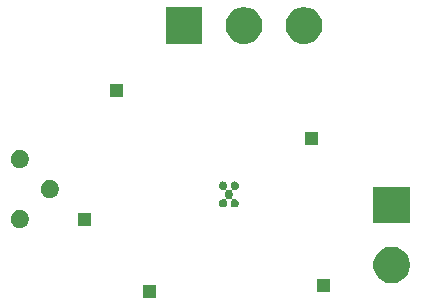
<source format=gbr>
G04 #@! TF.GenerationSoftware,KiCad,Pcbnew,(5.1.5)-2*
G04 #@! TF.CreationDate,2020-02-05T11:48:52+00:00*
G04 #@! TF.ProjectId,OPA1622_eval,4f504131-3632-4325-9f65-76616c2e6b69,rev?*
G04 #@! TF.SameCoordinates,Original*
G04 #@! TF.FileFunction,Soldermask,Bot*
G04 #@! TF.FilePolarity,Negative*
%FSLAX46Y46*%
G04 Gerber Fmt 4.6, Leading zero omitted, Abs format (unit mm)*
G04 Created by KiCad (PCBNEW (5.1.5)-2) date 2020-02-05 11:48:52*
%MOMM*%
%LPD*%
G04 APERTURE LIST*
%ADD10C,0.100000*%
G04 APERTURE END LIST*
D10*
G36*
X137330000Y-149776000D02*
G01*
X136228000Y-149776000D01*
X136228000Y-148674000D01*
X137330000Y-148674000D01*
X137330000Y-149776000D01*
G37*
G36*
X152062000Y-149268000D02*
G01*
X150960000Y-149268000D01*
X150960000Y-148166000D01*
X152062000Y-148166000D01*
X152062000Y-149268000D01*
G37*
G36*
X157602585Y-145458802D02*
G01*
X157752410Y-145488604D01*
X158034674Y-145605521D01*
X158288705Y-145775259D01*
X158504741Y-145991295D01*
X158674479Y-146245326D01*
X158791396Y-146527590D01*
X158851000Y-146827240D01*
X158851000Y-147132760D01*
X158791396Y-147432410D01*
X158674479Y-147714674D01*
X158504741Y-147968705D01*
X158288705Y-148184741D01*
X158034674Y-148354479D01*
X157752410Y-148471396D01*
X157602585Y-148501198D01*
X157452761Y-148531000D01*
X157147239Y-148531000D01*
X156997415Y-148501198D01*
X156847590Y-148471396D01*
X156565326Y-148354479D01*
X156311295Y-148184741D01*
X156095259Y-147968705D01*
X155925521Y-147714674D01*
X155808604Y-147432410D01*
X155749000Y-147132760D01*
X155749000Y-146827240D01*
X155808604Y-146527590D01*
X155925521Y-146245326D01*
X156095259Y-145991295D01*
X156311295Y-145775259D01*
X156565326Y-145605521D01*
X156847590Y-145488604D01*
X156997415Y-145458802D01*
X157147239Y-145429000D01*
X157452761Y-145429000D01*
X157602585Y-145458802D01*
G37*
G36*
X125925589Y-142318876D02*
G01*
X126024893Y-142338629D01*
X126165206Y-142396748D01*
X126291484Y-142481125D01*
X126398875Y-142588516D01*
X126483252Y-142714794D01*
X126541371Y-142855107D01*
X126571000Y-143004063D01*
X126571000Y-143155937D01*
X126541371Y-143304893D01*
X126483252Y-143445206D01*
X126398875Y-143571484D01*
X126291484Y-143678875D01*
X126165206Y-143763252D01*
X126024893Y-143821371D01*
X125925589Y-143841124D01*
X125875938Y-143851000D01*
X125724062Y-143851000D01*
X125674411Y-143841124D01*
X125575107Y-143821371D01*
X125434794Y-143763252D01*
X125308516Y-143678875D01*
X125201125Y-143571484D01*
X125116748Y-143445206D01*
X125058629Y-143304893D01*
X125029000Y-143155937D01*
X125029000Y-143004063D01*
X125058629Y-142855107D01*
X125116748Y-142714794D01*
X125201125Y-142588516D01*
X125308516Y-142481125D01*
X125434794Y-142396748D01*
X125575107Y-142338629D01*
X125674411Y-142318876D01*
X125724062Y-142309000D01*
X125875938Y-142309000D01*
X125925589Y-142318876D01*
G37*
G36*
X131869000Y-143680000D02*
G01*
X130767000Y-143680000D01*
X130767000Y-142578000D01*
X131869000Y-142578000D01*
X131869000Y-143680000D01*
G37*
G36*
X158851000Y-143451000D02*
G01*
X155749000Y-143451000D01*
X155749000Y-140349000D01*
X158851000Y-140349000D01*
X158851000Y-143451000D01*
G37*
G36*
X143102383Y-139912489D02*
G01*
X143102386Y-139912490D01*
X143102385Y-139912490D01*
X143166258Y-139938946D01*
X143223748Y-139977360D01*
X143272640Y-140026252D01*
X143311054Y-140083742D01*
X143332624Y-140135818D01*
X143337511Y-140147617D01*
X143351000Y-140215430D01*
X143351000Y-140284570D01*
X143337511Y-140352383D01*
X143337510Y-140352385D01*
X143311054Y-140416258D01*
X143275697Y-140469173D01*
X143264146Y-140490784D01*
X143257033Y-140514233D01*
X143254631Y-140538619D01*
X143257033Y-140563005D01*
X143264146Y-140586454D01*
X143275697Y-140608065D01*
X143291242Y-140627006D01*
X143310184Y-140642552D01*
X143331795Y-140654103D01*
X143355244Y-140661216D01*
X143379630Y-140663618D01*
X143404017Y-140661216D01*
X143465430Y-140649000D01*
X143534570Y-140649000D01*
X143595983Y-140661216D01*
X143620369Y-140663618D01*
X143644756Y-140661216D01*
X143668205Y-140654103D01*
X143689815Y-140642552D01*
X143708757Y-140627007D01*
X143724303Y-140608065D01*
X143735854Y-140586455D01*
X143742967Y-140563006D01*
X143745369Y-140538620D01*
X143742967Y-140514233D01*
X143735854Y-140490784D01*
X143724303Y-140469173D01*
X143688946Y-140416258D01*
X143662490Y-140352385D01*
X143662489Y-140352383D01*
X143649000Y-140284570D01*
X143649000Y-140215430D01*
X143662489Y-140147617D01*
X143667376Y-140135818D01*
X143688946Y-140083742D01*
X143727360Y-140026252D01*
X143776252Y-139977360D01*
X143833742Y-139938946D01*
X143897615Y-139912490D01*
X143897614Y-139912490D01*
X143897617Y-139912489D01*
X143965430Y-139899000D01*
X144034570Y-139899000D01*
X144102383Y-139912489D01*
X144102386Y-139912490D01*
X144102385Y-139912490D01*
X144166258Y-139938946D01*
X144223748Y-139977360D01*
X144272640Y-140026252D01*
X144311054Y-140083742D01*
X144332624Y-140135818D01*
X144337511Y-140147617D01*
X144351000Y-140215430D01*
X144351000Y-140284570D01*
X144337511Y-140352383D01*
X144337510Y-140352385D01*
X144311054Y-140416258D01*
X144272640Y-140473748D01*
X144223748Y-140522640D01*
X144166258Y-140561054D01*
X144114182Y-140582624D01*
X144102383Y-140587511D01*
X144034570Y-140601000D01*
X143965430Y-140601000D01*
X143904016Y-140588784D01*
X143879631Y-140586382D01*
X143855244Y-140588784D01*
X143831795Y-140595897D01*
X143810185Y-140607448D01*
X143791243Y-140622993D01*
X143775697Y-140641935D01*
X143764146Y-140663545D01*
X143757033Y-140686994D01*
X143754631Y-140711380D01*
X143757033Y-140735767D01*
X143764146Y-140759216D01*
X143775697Y-140780827D01*
X143811054Y-140833742D01*
X143832624Y-140885818D01*
X143837511Y-140897617D01*
X143851000Y-140965430D01*
X143851000Y-141034570D01*
X143837511Y-141102383D01*
X143837510Y-141102385D01*
X143811054Y-141166258D01*
X143775697Y-141219173D01*
X143764146Y-141240784D01*
X143757033Y-141264233D01*
X143754631Y-141288619D01*
X143757033Y-141313005D01*
X143764146Y-141336454D01*
X143775697Y-141358065D01*
X143791242Y-141377006D01*
X143810184Y-141392552D01*
X143831795Y-141404103D01*
X143855244Y-141411216D01*
X143879630Y-141413618D01*
X143904017Y-141411216D01*
X143965430Y-141399000D01*
X144034570Y-141399000D01*
X144102383Y-141412489D01*
X144114182Y-141417376D01*
X144166258Y-141438946D01*
X144223748Y-141477360D01*
X144272640Y-141526252D01*
X144311054Y-141583742D01*
X144332624Y-141635818D01*
X144337511Y-141647617D01*
X144351000Y-141715430D01*
X144351000Y-141784570D01*
X144337511Y-141852383D01*
X144337510Y-141852385D01*
X144311054Y-141916258D01*
X144272640Y-141973748D01*
X144223748Y-142022640D01*
X144166258Y-142061054D01*
X144114182Y-142082624D01*
X144102383Y-142087511D01*
X144034570Y-142101000D01*
X143965430Y-142101000D01*
X143897617Y-142087511D01*
X143885818Y-142082624D01*
X143833742Y-142061054D01*
X143776252Y-142022640D01*
X143727360Y-141973748D01*
X143688946Y-141916258D01*
X143662490Y-141852385D01*
X143662489Y-141852383D01*
X143649000Y-141784570D01*
X143649000Y-141715430D01*
X143662489Y-141647617D01*
X143667376Y-141635818D01*
X143688946Y-141583742D01*
X143724303Y-141530827D01*
X143735854Y-141509216D01*
X143742967Y-141485767D01*
X143745369Y-141461381D01*
X143742967Y-141436995D01*
X143735854Y-141413546D01*
X143724303Y-141391935D01*
X143708758Y-141372994D01*
X143689816Y-141357448D01*
X143668205Y-141345897D01*
X143644756Y-141338784D01*
X143620370Y-141336382D01*
X143595984Y-141338784D01*
X143534570Y-141351000D01*
X143465430Y-141351000D01*
X143404016Y-141338784D01*
X143379631Y-141336382D01*
X143355244Y-141338784D01*
X143331795Y-141345897D01*
X143310185Y-141357448D01*
X143291243Y-141372993D01*
X143275697Y-141391935D01*
X143264146Y-141413545D01*
X143257033Y-141436994D01*
X143254631Y-141461380D01*
X143257033Y-141485767D01*
X143264146Y-141509216D01*
X143275697Y-141530827D01*
X143311054Y-141583742D01*
X143332624Y-141635818D01*
X143337511Y-141647617D01*
X143351000Y-141715430D01*
X143351000Y-141784570D01*
X143337511Y-141852383D01*
X143337510Y-141852385D01*
X143311054Y-141916258D01*
X143272640Y-141973748D01*
X143223748Y-142022640D01*
X143166258Y-142061054D01*
X143114182Y-142082624D01*
X143102383Y-142087511D01*
X143034570Y-142101000D01*
X142965430Y-142101000D01*
X142897617Y-142087511D01*
X142885818Y-142082624D01*
X142833742Y-142061054D01*
X142776252Y-142022640D01*
X142727360Y-141973748D01*
X142688946Y-141916258D01*
X142662490Y-141852385D01*
X142662489Y-141852383D01*
X142649000Y-141784570D01*
X142649000Y-141715430D01*
X142662489Y-141647617D01*
X142667376Y-141635818D01*
X142688946Y-141583742D01*
X142727360Y-141526252D01*
X142776252Y-141477360D01*
X142833742Y-141438946D01*
X142885818Y-141417376D01*
X142897617Y-141412489D01*
X142965430Y-141399000D01*
X143034570Y-141399000D01*
X143095983Y-141411216D01*
X143120369Y-141413618D01*
X143144756Y-141411216D01*
X143168205Y-141404103D01*
X143189815Y-141392552D01*
X143208757Y-141377007D01*
X143224303Y-141358065D01*
X143235854Y-141336455D01*
X143242967Y-141313006D01*
X143245369Y-141288620D01*
X143242967Y-141264233D01*
X143235854Y-141240784D01*
X143224303Y-141219173D01*
X143188946Y-141166258D01*
X143162490Y-141102385D01*
X143162489Y-141102383D01*
X143149000Y-141034570D01*
X143149000Y-140965430D01*
X143162489Y-140897617D01*
X143167376Y-140885818D01*
X143188946Y-140833742D01*
X143224303Y-140780827D01*
X143235854Y-140759216D01*
X143242967Y-140735767D01*
X143245369Y-140711381D01*
X143242967Y-140686995D01*
X143235854Y-140663546D01*
X143224303Y-140641935D01*
X143208758Y-140622994D01*
X143189816Y-140607448D01*
X143168205Y-140595897D01*
X143144756Y-140588784D01*
X143120370Y-140586382D01*
X143095984Y-140588784D01*
X143034570Y-140601000D01*
X142965430Y-140601000D01*
X142897617Y-140587511D01*
X142885818Y-140582624D01*
X142833742Y-140561054D01*
X142776252Y-140522640D01*
X142727360Y-140473748D01*
X142688946Y-140416258D01*
X142662490Y-140352385D01*
X142662489Y-140352383D01*
X142649000Y-140284570D01*
X142649000Y-140215430D01*
X142662489Y-140147617D01*
X142667376Y-140135818D01*
X142688946Y-140083742D01*
X142727360Y-140026252D01*
X142776252Y-139977360D01*
X142833742Y-139938946D01*
X142897615Y-139912490D01*
X142897614Y-139912490D01*
X142897617Y-139912489D01*
X142965430Y-139899000D01*
X143034570Y-139899000D01*
X143102383Y-139912489D01*
G37*
G36*
X128465589Y-139778876D02*
G01*
X128564893Y-139798629D01*
X128705206Y-139856748D01*
X128831484Y-139941125D01*
X128938875Y-140048516D01*
X129023252Y-140174794D01*
X129081371Y-140315107D01*
X129088786Y-140352385D01*
X129111000Y-140464062D01*
X129111000Y-140615938D01*
X129109596Y-140622994D01*
X129081371Y-140764893D01*
X129023252Y-140905206D01*
X128938875Y-141031484D01*
X128831484Y-141138875D01*
X128705206Y-141223252D01*
X128564893Y-141281371D01*
X128465589Y-141301124D01*
X128415938Y-141311000D01*
X128264062Y-141311000D01*
X128214411Y-141301124D01*
X128115107Y-141281371D01*
X127974794Y-141223252D01*
X127848516Y-141138875D01*
X127741125Y-141031484D01*
X127656748Y-140905206D01*
X127598629Y-140764893D01*
X127570404Y-140622994D01*
X127569000Y-140615938D01*
X127569000Y-140464062D01*
X127591214Y-140352385D01*
X127598629Y-140315107D01*
X127656748Y-140174794D01*
X127741125Y-140048516D01*
X127848516Y-139941125D01*
X127974794Y-139856748D01*
X128115107Y-139798629D01*
X128214411Y-139778876D01*
X128264062Y-139769000D01*
X128415938Y-139769000D01*
X128465589Y-139778876D01*
G37*
G36*
X125925589Y-137238876D02*
G01*
X126024893Y-137258629D01*
X126165206Y-137316748D01*
X126291484Y-137401125D01*
X126398875Y-137508516D01*
X126483252Y-137634794D01*
X126541371Y-137775107D01*
X126571000Y-137924063D01*
X126571000Y-138075937D01*
X126541371Y-138224893D01*
X126483252Y-138365206D01*
X126398875Y-138491484D01*
X126291484Y-138598875D01*
X126165206Y-138683252D01*
X126024893Y-138741371D01*
X125925589Y-138761124D01*
X125875938Y-138771000D01*
X125724062Y-138771000D01*
X125674411Y-138761124D01*
X125575107Y-138741371D01*
X125434794Y-138683252D01*
X125308516Y-138598875D01*
X125201125Y-138491484D01*
X125116748Y-138365206D01*
X125058629Y-138224893D01*
X125029000Y-138075937D01*
X125029000Y-137924063D01*
X125058629Y-137775107D01*
X125116748Y-137634794D01*
X125201125Y-137508516D01*
X125308516Y-137401125D01*
X125434794Y-137316748D01*
X125575107Y-137258629D01*
X125674411Y-137238876D01*
X125724062Y-137229000D01*
X125875938Y-137229000D01*
X125925589Y-137238876D01*
G37*
G36*
X151046000Y-136822000D02*
G01*
X149944000Y-136822000D01*
X149944000Y-135720000D01*
X151046000Y-135720000D01*
X151046000Y-136822000D01*
G37*
G36*
X134536000Y-132758000D02*
G01*
X133434000Y-132758000D01*
X133434000Y-131656000D01*
X134536000Y-131656000D01*
X134536000Y-132758000D01*
G37*
G36*
X150162585Y-125178802D02*
G01*
X150312410Y-125208604D01*
X150594674Y-125325521D01*
X150848705Y-125495259D01*
X151064741Y-125711295D01*
X151234479Y-125965326D01*
X151351396Y-126247590D01*
X151411000Y-126547240D01*
X151411000Y-126852760D01*
X151351396Y-127152410D01*
X151234479Y-127434674D01*
X151064741Y-127688705D01*
X150848705Y-127904741D01*
X150594674Y-128074479D01*
X150312410Y-128191396D01*
X150162585Y-128221198D01*
X150012761Y-128251000D01*
X149707239Y-128251000D01*
X149557415Y-128221198D01*
X149407590Y-128191396D01*
X149125326Y-128074479D01*
X148871295Y-127904741D01*
X148655259Y-127688705D01*
X148485521Y-127434674D01*
X148368604Y-127152410D01*
X148309000Y-126852760D01*
X148309000Y-126547240D01*
X148368604Y-126247590D01*
X148485521Y-125965326D01*
X148655259Y-125711295D01*
X148871295Y-125495259D01*
X149125326Y-125325521D01*
X149407590Y-125208604D01*
X149557415Y-125178802D01*
X149707239Y-125149000D01*
X150012761Y-125149000D01*
X150162585Y-125178802D01*
G37*
G36*
X141251000Y-128251000D02*
G01*
X138149000Y-128251000D01*
X138149000Y-125149000D01*
X141251000Y-125149000D01*
X141251000Y-128251000D01*
G37*
G36*
X145082585Y-125178802D02*
G01*
X145232410Y-125208604D01*
X145514674Y-125325521D01*
X145768705Y-125495259D01*
X145984741Y-125711295D01*
X146154479Y-125965326D01*
X146271396Y-126247590D01*
X146331000Y-126547240D01*
X146331000Y-126852760D01*
X146271396Y-127152410D01*
X146154479Y-127434674D01*
X145984741Y-127688705D01*
X145768705Y-127904741D01*
X145514674Y-128074479D01*
X145232410Y-128191396D01*
X145082585Y-128221198D01*
X144932761Y-128251000D01*
X144627239Y-128251000D01*
X144477415Y-128221198D01*
X144327590Y-128191396D01*
X144045326Y-128074479D01*
X143791295Y-127904741D01*
X143575259Y-127688705D01*
X143405521Y-127434674D01*
X143288604Y-127152410D01*
X143229000Y-126852760D01*
X143229000Y-126547240D01*
X143288604Y-126247590D01*
X143405521Y-125965326D01*
X143575259Y-125711295D01*
X143791295Y-125495259D01*
X144045326Y-125325521D01*
X144327590Y-125208604D01*
X144477415Y-125178802D01*
X144627239Y-125149000D01*
X144932761Y-125149000D01*
X145082585Y-125178802D01*
G37*
M02*

</source>
